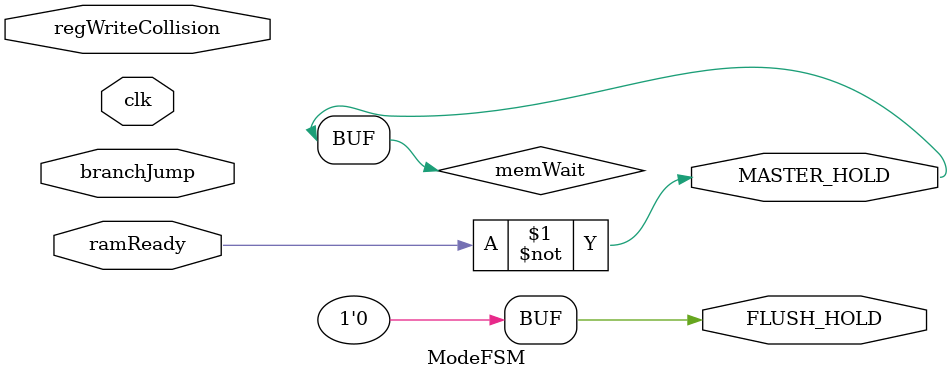
<source format=v>
`timescale 1ns / 1ps


module ModeFSM(
    input clk,
    input branchJump,
    input ramReady,
    input regWriteCollision,
    output MASTER_HOLD,
    output FLUSH_HOLD
    //output reg MASTER_HOLD,
    //output reg FLUSH_HOLD
    ); 
    wire memWait = ~ramReady;//| regWriteCollision;
    assign FLUSH_HOLD = 1'b0;
    assign MASTER_HOLD = memWait;
//    reg [1:0] state = 2'b00;
//    wire [1:0] nextState;
//    reg [1:0] ctr = 2'b11;
//    always @(posedge clk) begin
//        if (state == 2'b00) begin
//            if (memWait) begin
//                state <= 2'b10;
//            end
//            else if (branchJump) begin
//                state <= 2'b01;
//            end
//            else begin
//                state <= 2'b00;
//            end
//        end
//        else if (state == 2'b01) begin
//            state <= (ctr > 0) ? 2'b01 : 2'b00;
//        end
//        else if (state == 2'b10) begin
//            state <= (memWait) ? 2'b10 : 2'b00;
//        end

//        ctr <= (state == 2'b01) ? ctr-1 : 2'b11;
        
//        MASTER_HOLD <= state == 2'b10 | state == 2'b11;
//        FLUSH_HOLD <= state == 2'b01;
//    end
endmodule

</source>
